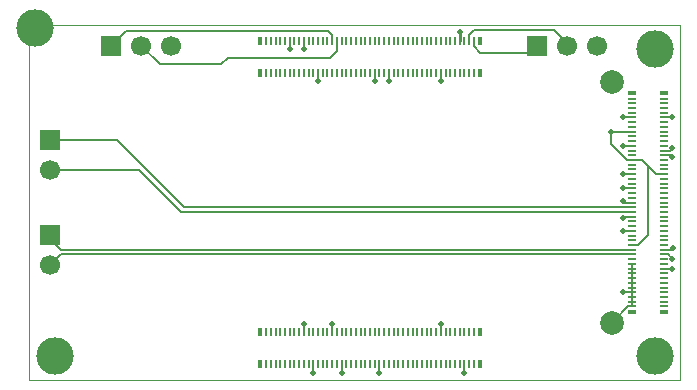
<source format=gbr>
%TF.GenerationSoftware,KiCad,Pcbnew,9.0.7*%
%TF.CreationDate,2026-02-18T13:17:12-07:00*%
%TF.ProjectId,AS_1471_Dash,41535f31-3437-4315-9f44-6173682e6b69,rev?*%
%TF.SameCoordinates,Original*%
%TF.FileFunction,Copper,L2,Bot*%
%TF.FilePolarity,Positive*%
%FSLAX46Y46*%
G04 Gerber Fmt 4.6, Leading zero omitted, Abs format (unit mm)*
G04 Created by KiCad (PCBNEW 9.0.7) date 2026-02-18 13:17:12*
%MOMM*%
%LPD*%
G01*
G04 APERTURE LIST*
%TA.AperFunction,ComponentPad*%
%ADD10R,1.700000X1.700000*%
%TD*%
%TA.AperFunction,ComponentPad*%
%ADD11C,1.700000*%
%TD*%
%TA.AperFunction,ComponentPad*%
%ADD12C,2.000000*%
%TD*%
%TA.AperFunction,SMDPad,CuDef*%
%ADD13R,0.230000X0.660000*%
%TD*%
%TA.AperFunction,SMDPad,CuDef*%
%ADD14R,0.660000X0.230000*%
%TD*%
%TA.AperFunction,SMDPad,CuDef*%
%ADD15R,0.660000X0.350000*%
%TD*%
%TA.AperFunction,SMDPad,CuDef*%
%ADD16R,0.350000X0.660000*%
%TD*%
%TA.AperFunction,ComponentPad*%
%ADD17C,3.175000*%
%TD*%
%TA.AperFunction,ViaPad*%
%ADD18C,0.508000*%
%TD*%
%TA.AperFunction,Conductor*%
%ADD19C,0.200000*%
%TD*%
%TA.AperFunction,Conductor*%
%ADD20C,0.254000*%
%TD*%
%TA.AperFunction,Profile*%
%ADD21C,0.050000*%
%TD*%
G04 APERTURE END LIST*
D10*
%TO.P,J6,1,Pin_1*%
%TO.N,/USB2_DP*%
X121800000Y-86010000D03*
D11*
%TO.P,J6,2,Pin_2*%
%TO.N,/USB2_DN*%
X121800000Y-88550000D03*
%TD*%
D12*
%TO.P,TP1,1,1*%
%TO.N,VBAT*%
X169357220Y-101526800D03*
%TD*%
D10*
%TO.P,J4,1,Pin_1*%
%TO.N,/UART1_TX*%
X163075000Y-78050000D03*
D11*
%TO.P,J4,2,Pin_2*%
%TO.N,/UART1_RX*%
X165615000Y-78050000D03*
%TO.P,J4,3,Pin_3*%
%TO.N,GND*%
X168155000Y-78050000D03*
%TD*%
D10*
%TO.P,J7,1,Pin_1*%
%TO.N,/USB1_DP*%
X121800000Y-94100000D03*
D11*
%TO.P,J7,2,Pin_2*%
%TO.N,/USB1_DN*%
X121800000Y-96640000D03*
%TD*%
D10*
%TO.P,J5,1,Pin_1*%
%TO.N,/I2C1_SDA*%
X127000000Y-78050000D03*
D11*
%TO.P,J5,2,Pin_2*%
%TO.N,/I2C1_SCL*%
X129540000Y-78050000D03*
%TO.P,J5,3,Pin_3*%
%TO.N,GND*%
X132080000Y-78050000D03*
%TD*%
D12*
%TO.P,TP2,1,1*%
%TO.N,GND*%
X169375000Y-81152540D03*
%TD*%
D13*
%TO.P,J1,1.1,1*%
%TO.N,unconnected-(J1A-1-Pad1.1)*%
X140096400Y-105027200D03*
%TO.P,J1,1.2,2*%
%TO.N,unconnected-(J1B-2-Pad1.2)*%
X140096400Y-102317200D03*
%TO.P,J1,1.3,3*%
%TO.N,unconnected-(J1A-3-Pad1.3)*%
X140496400Y-105027200D03*
%TO.P,J1,1.4,4*%
%TO.N,unconnected-(J1B-4-Pad1.4)*%
X140496400Y-102317200D03*
%TO.P,J1,1.5,5*%
%TO.N,unconnected-(J1A-5-Pad1.5)*%
X140896400Y-105027200D03*
%TO.P,J1,1.6,6*%
%TO.N,unconnected-(J1B-6-Pad1.6)*%
X140896400Y-102317200D03*
%TO.P,J1,1.7,7*%
%TO.N,unconnected-(J1A-7-Pad1.7)*%
X141296400Y-105027200D03*
%TO.P,J1,1.8,8*%
%TO.N,unconnected-(J1B-8-Pad1.8)*%
X141296400Y-102317200D03*
%TO.P,J1,1.9,9*%
%TO.N,unconnected-(J1A-9-Pad1.9)*%
X141696400Y-105027200D03*
%TO.P,J1,1.10,10*%
%TO.N,unconnected-(J1B-10-Pad1.10)*%
X141696400Y-102317200D03*
%TO.P,J1,1.11,11*%
%TO.N,unconnected-(J1A-11-Pad1.11)*%
X142096400Y-105027200D03*
%TO.P,J1,1.12,12*%
%TO.N,unconnected-(J1B-12-Pad1.12)*%
X142096400Y-102317200D03*
%TO.P,J1,1.13,13*%
%TO.N,unconnected-(J1A-13-Pad1.13)*%
X142496400Y-105027200D03*
%TO.P,J1,1.14,14*%
%TO.N,unconnected-(J1B-14-Pad1.14)*%
X142496400Y-102317200D03*
%TO.P,J1,1.15,15*%
%TO.N,unconnected-(J1A-15-Pad1.15)*%
X142896400Y-105027200D03*
%TO.P,J1,1.16,16*%
%TO.N,unconnected-(J1B-16-Pad1.16)*%
X142896400Y-102317200D03*
%TO.P,J1,1.17,17*%
%TO.N,unconnected-(J1A-17-Pad1.17)*%
X143296400Y-105027200D03*
%TO.P,J1,1.18,18*%
%TO.N,GND*%
X143296400Y-102317200D03*
%TO.P,J1,1.19,19*%
%TO.N,unconnected-(J1A-19-Pad1.19)*%
X143696400Y-105027200D03*
%TO.P,J1,1.20,20*%
%TO.N,unconnected-(J1B-20-Pad1.20)*%
X143696400Y-102317200D03*
%TO.P,J1,1.21,21*%
%TO.N,GND*%
X144096400Y-105027200D03*
%TO.P,J1,1.22,22*%
%TO.N,unconnected-(J1B-22-Pad1.22)*%
X144096400Y-102317200D03*
%TO.P,J1,1.23,23*%
%TO.N,unconnected-(J1A-23-Pad1.23)*%
X144496400Y-105027200D03*
%TO.P,J1,1.24,24*%
%TO.N,unconnected-(J1B-24-Pad1.24)*%
X144496400Y-102317200D03*
%TO.P,J1,1.25,25*%
%TO.N,unconnected-(J1A-25-Pad1.25)*%
X144896400Y-105027200D03*
%TO.P,J1,1.26,26*%
%TO.N,unconnected-(J1B-26-Pad1.26)*%
X144896400Y-102317200D03*
%TO.P,J1,1.27,27*%
%TO.N,unconnected-(J1A-27-Pad1.27)*%
X145296400Y-105027200D03*
%TO.P,J1,1.28,28*%
%TO.N,unconnected-(J1B-28-Pad1.28)*%
X145296400Y-102317200D03*
%TO.P,J1,1.29,29*%
%TO.N,unconnected-(J1A-29-Pad1.29)*%
X145696400Y-105027200D03*
%TO.P,J1,1.30,30*%
%TO.N,GND*%
X145696400Y-102317200D03*
%TO.P,J1,1.31,31*%
%TO.N,unconnected-(J1A-31-Pad1.31)*%
X146096400Y-105027200D03*
%TO.P,J1,1.32,32*%
%TO.N,unconnected-(J1B-32-Pad1.32)*%
X146096400Y-102317200D03*
%TO.P,J1,1.33,33*%
%TO.N,GND*%
X146496400Y-105027200D03*
%TO.P,J1,1.34,34*%
%TO.N,unconnected-(J1B-34-Pad1.34)*%
X146496400Y-102317200D03*
%TO.P,J1,1.35,35*%
%TO.N,unconnected-(J1A-35-Pad1.35)*%
X146896400Y-105027200D03*
%TO.P,J1,1.36,36*%
%TO.N,unconnected-(J1B-36-Pad1.36)*%
X146896400Y-102317200D03*
%TO.P,J1,1.37,37*%
%TO.N,unconnected-(J1A-37-Pad1.37)*%
X147296400Y-105027200D03*
%TO.P,J1,1.38,38*%
%TO.N,unconnected-(J1B-38-Pad1.38)*%
X147296400Y-102317200D03*
%TO.P,J1,1.39,39*%
%TO.N,unconnected-(J1A-39-Pad1.39)*%
X147696400Y-105027200D03*
%TO.P,J1,1.40,40*%
%TO.N,unconnected-(J1B-40-Pad1.40)*%
X147696400Y-102317200D03*
%TO.P,J1,1.41,41*%
%TO.N,unconnected-(J1A-41-Pad1.41)*%
X148096400Y-105027200D03*
%TO.P,J1,1.42,42*%
%TO.N,unconnected-(J1B-42-Pad1.42)*%
X148096400Y-102317200D03*
%TO.P,J1,1.43,43*%
%TO.N,unconnected-(J1A-43-Pad1.43)*%
X148496400Y-105027200D03*
%TO.P,J1,1.44,44*%
%TO.N,unconnected-(J1B-44-Pad1.44)*%
X148496400Y-102317200D03*
%TO.P,J1,1.45,45*%
%TO.N,unconnected-(J1A-45-Pad1.45)*%
X148896400Y-105027200D03*
%TO.P,J1,1.46,46*%
%TO.N,unconnected-(J1B-46-Pad1.46)*%
X148896400Y-102317200D03*
%TO.P,J1,1.47,47*%
%TO.N,unconnected-(J1A-47-Pad1.47)*%
X149296400Y-105027200D03*
%TO.P,J1,1.48,48*%
%TO.N,unconnected-(J1B-48-Pad1.48)*%
X149296400Y-102317200D03*
%TO.P,J1,1.49,49*%
%TO.N,GND*%
X149696400Y-105027200D03*
%TO.P,J1,1.50,50*%
%TO.N,unconnected-(J1B-50-Pad1.50)*%
X149696400Y-102317200D03*
%TO.P,J1,1.51,51*%
%TO.N,unconnected-(J1A-51-Pad1.51)*%
X150096400Y-105027200D03*
%TO.P,J1,1.52,52*%
%TO.N,unconnected-(J1B-52-Pad1.52)*%
X150096400Y-102317200D03*
%TO.P,J1,1.53,53*%
%TO.N,unconnected-(J1A-53-Pad1.53)*%
X150496400Y-105027200D03*
%TO.P,J1,1.54,54*%
%TO.N,unconnected-(J1B-54-Pad1.54)*%
X150496400Y-102317200D03*
%TO.P,J1,1.55,55*%
%TO.N,unconnected-(J1A-55-Pad1.55)*%
X150896400Y-105027200D03*
%TO.P,J1,1.56,56*%
%TO.N,unconnected-(J1B-56-Pad1.56)*%
X150896400Y-102317200D03*
%TO.P,J1,1.57,57*%
%TO.N,unconnected-(J1A-57-Pad1.57)*%
X151296400Y-105027200D03*
%TO.P,J1,1.58,58*%
%TO.N,unconnected-(J1B-58-Pad1.58)*%
X151296400Y-102317200D03*
%TO.P,J1,1.59,59*%
%TO.N,unconnected-(J1A-59-Pad1.59)*%
X151696400Y-105027200D03*
%TO.P,J1,1.60,60*%
%TO.N,unconnected-(J1B-60-Pad1.60)*%
X151696400Y-102317200D03*
%TO.P,J1,1.61,61*%
%TO.N,unconnected-(J1A-61-Pad1.61)*%
X152096400Y-105027200D03*
%TO.P,J1,1.62,62*%
%TO.N,unconnected-(J1B-62-Pad1.62)*%
X152096400Y-102317200D03*
%TO.P,J1,1.63,63*%
%TO.N,unconnected-(J1A-63-Pad1.63)*%
X152496400Y-105027200D03*
%TO.P,J1,1.64,64*%
%TO.N,unconnected-(J1B-64-Pad1.64)*%
X152496400Y-102317200D03*
%TO.P,J1,1.65,65*%
%TO.N,unconnected-(J1A-65-Pad1.65)*%
X152896400Y-105027200D03*
%TO.P,J1,1.66,66*%
%TO.N,unconnected-(J1B-66-Pad1.66)*%
X152896400Y-102317200D03*
%TO.P,J1,1.67,67*%
%TO.N,unconnected-(J1A-67-Pad1.67)*%
X153296400Y-105027200D03*
%TO.P,J1,1.68,68*%
%TO.N,unconnected-(J1B-68-Pad1.68)*%
X153296400Y-102317200D03*
%TO.P,J1,1.69,69*%
%TO.N,unconnected-(J1A-69-Pad1.69)*%
X153696400Y-105027200D03*
%TO.P,J1,1.70,70*%
%TO.N,unconnected-(J1B-70-Pad1.70)*%
X153696400Y-102317200D03*
%TO.P,J1,1.71,71*%
%TO.N,unconnected-(J1A-71-Pad1.71)*%
X154096400Y-105027200D03*
%TO.P,J1,1.72,72*%
%TO.N,unconnected-(J1B-72-Pad1.72)*%
X154096400Y-102317200D03*
%TO.P,J1,1.73,73*%
%TO.N,unconnected-(J1A-73-Pad1.73)*%
X154496400Y-105027200D03*
%TO.P,J1,1.74,74*%
%TO.N,unconnected-(J1B-74-Pad1.74)*%
X154496400Y-102317200D03*
%TO.P,J1,1.75,75*%
%TO.N,unconnected-(J1A-75-Pad1.75)*%
X154896400Y-105027200D03*
%TO.P,J1,1.76,76*%
%TO.N,GND*%
X154896400Y-102317200D03*
%TO.P,J1,1.77,77*%
%TO.N,unconnected-(J1A-77-Pad1.77)*%
X155296400Y-105027200D03*
%TO.P,J1,1.78,78*%
%TO.N,unconnected-(J1B-78-Pad1.78)*%
X155296400Y-102317200D03*
%TO.P,J1,1.79,79*%
%TO.N,unconnected-(J1A-79-Pad1.79)*%
X155696400Y-105027200D03*
%TO.P,J1,1.80,80*%
%TO.N,unconnected-(J1B-80-Pad1.80)*%
X155696400Y-102317200D03*
%TO.P,J1,1.81,81*%
%TO.N,unconnected-(J1A-81-Pad1.81)*%
X156096400Y-105027200D03*
%TO.P,J1,1.82,82*%
%TO.N,unconnected-(J1B-82-Pad1.82)*%
X156096400Y-102317200D03*
%TO.P,J1,1.83,83*%
%TO.N,unconnected-(J1A-83-Pad1.83)*%
X156496400Y-105027200D03*
%TO.P,J1,1.84,84*%
%TO.N,unconnected-(J1B-84-Pad1.84)*%
X156496400Y-102317200D03*
%TO.P,J1,1.85,85*%
%TO.N,GND*%
X156896400Y-105027200D03*
%TO.P,J1,1.86,86*%
%TO.N,unconnected-(J1B-86-Pad1.86)*%
X156896400Y-102317200D03*
%TO.P,J1,1.87,87*%
%TO.N,unconnected-(J1A-87-Pad1.87)*%
X157296400Y-105027200D03*
%TO.P,J1,1.88,88*%
%TO.N,unconnected-(J1B-88-Pad1.88)*%
X157296400Y-102317200D03*
%TO.P,J1,1.89,89*%
%TO.N,unconnected-(J1A-89-Pad1.89)*%
X157696400Y-105027200D03*
%TO.P,J1,1.90,90*%
%TO.N,unconnected-(J1B-90-Pad1.90)*%
X157696400Y-102317200D03*
%TO.P,J1,2.1,1*%
%TO.N,unconnected-(J1C-1-Pad2.1)*%
X140096400Y-80327200D03*
%TO.P,J1,2.2,2*%
%TO.N,unconnected-(J1D-2-Pad2.2)*%
X140096400Y-77617200D03*
%TO.P,J1,2.3,3*%
%TO.N,unconnected-(J1C-3-Pad2.3)*%
X140496400Y-80327200D03*
%TO.P,J1,2.4,4*%
%TO.N,unconnected-(J1D-4-Pad2.4)*%
X140496400Y-77617200D03*
%TO.P,J1,2.5,5*%
%TO.N,unconnected-(J1C-5-Pad2.5)*%
X140896400Y-80327200D03*
%TO.P,J1,2.6,6*%
%TO.N,unconnected-(J1D-6-Pad2.6)*%
X140896400Y-77617200D03*
%TO.P,J1,2.7,7*%
%TO.N,unconnected-(J1C-7-Pad2.7)*%
X141296400Y-80327200D03*
%TO.P,J1,2.8,8*%
%TO.N,unconnected-(J1D-8-Pad2.8)*%
X141296400Y-77617200D03*
%TO.P,J1,2.9,9*%
%TO.N,unconnected-(J1C-9-Pad2.9)*%
X141696400Y-80327200D03*
%TO.P,J1,2.10,10*%
%TO.N,unconnected-(J1D-10-Pad2.10)*%
X141696400Y-77617200D03*
%TO.P,J1,2.11,11*%
%TO.N,unconnected-(J1C-11-Pad2.11)*%
X142096400Y-80327200D03*
%TO.P,J1,2.12,12*%
%TO.N,GND*%
X142096400Y-77617200D03*
%TO.P,J1,2.13,13*%
%TO.N,unconnected-(J1C-13-Pad2.13)*%
X142496400Y-80327200D03*
%TO.P,J1,2.14,14*%
%TO.N,unconnected-(J1D-14-Pad2.14)*%
X142496400Y-77617200D03*
%TO.P,J1,2.15,15*%
%TO.N,unconnected-(J1C-15-Pad2.15)*%
X142896400Y-80327200D03*
%TO.P,J1,2.16,16*%
%TO.N,unconnected-(J1D-16-Pad2.16)*%
X142896400Y-77617200D03*
%TO.P,J1,2.17,17*%
%TO.N,unconnected-(J1C-17-Pad2.17)*%
X143296400Y-80327200D03*
%TO.P,J1,2.18,18*%
%TO.N,GND*%
X143296400Y-77617200D03*
%TO.P,J1,2.19,19*%
%TO.N,unconnected-(J1C-19-Pad2.19)*%
X143696400Y-80327200D03*
%TO.P,J1,2.20,20*%
%TO.N,unconnected-(J1D-20-Pad2.20)*%
X143696400Y-77617200D03*
%TO.P,J1,2.21,21*%
%TO.N,unconnected-(J1C-21-Pad2.21)*%
X144096400Y-80327200D03*
%TO.P,J1,2.22,22*%
%TO.N,unconnected-(J1D-22-Pad2.22)*%
X144096400Y-77617200D03*
%TO.P,J1,2.23,23*%
%TO.N,GND*%
X144496400Y-80327200D03*
%TO.P,J1,2.24,24*%
%TO.N,unconnected-(J1D-24-Pad2.24)*%
X144496400Y-77617200D03*
%TO.P,J1,2.25,25*%
%TO.N,unconnected-(J1C-25-Pad2.25)*%
X144896400Y-80327200D03*
%TO.P,J1,2.26,26*%
%TO.N,unconnected-(J1D-26-Pad2.26)*%
X144896400Y-77617200D03*
%TO.P,J1,2.27,27*%
%TO.N,unconnected-(J1C-27-Pad2.27)*%
X145296400Y-80327200D03*
%TO.P,J1,2.28,28*%
%TO.N,unconnected-(J1D-28-Pad2.28)*%
X145296400Y-77617200D03*
%TO.P,J1,2.29,29*%
%TO.N,unconnected-(J1C-29-Pad2.29)*%
X145696400Y-80327200D03*
%TO.P,J1,2.30,30*%
%TO.N,/I2C1_SDA*%
X145696400Y-77617200D03*
%TO.P,J1,2.31,31*%
%TO.N,unconnected-(J1C-31-Pad2.31)*%
X146096400Y-80327200D03*
%TO.P,J1,2.32,32*%
%TO.N,/I2C1_SCL*%
X146096400Y-77617200D03*
%TO.P,J1,2.33,33*%
%TO.N,unconnected-(J1C-33-Pad2.33)*%
X146496400Y-80327200D03*
%TO.P,J1,2.34,34*%
%TO.N,unconnected-(J1D-34-Pad2.34)*%
X146496400Y-77617200D03*
%TO.P,J1,2.35,35*%
%TO.N,unconnected-(J1C-35-Pad2.35)*%
X146896400Y-80327200D03*
%TO.P,J1,2.36,36*%
%TO.N,unconnected-(J1D-36-Pad2.36)*%
X146896400Y-77617200D03*
%TO.P,J1,2.37,37*%
%TO.N,unconnected-(J1C-37-Pad2.37)*%
X147296400Y-80327200D03*
%TO.P,J1,2.38,38*%
%TO.N,unconnected-(J1D-38-Pad2.38)*%
X147296400Y-77617200D03*
%TO.P,J1,2.39,39*%
%TO.N,unconnected-(J1C-39-Pad2.39)*%
X147696400Y-80327200D03*
%TO.P,J1,2.40,40*%
%TO.N,unconnected-(J1D-40-Pad2.40)*%
X147696400Y-77617200D03*
%TO.P,J1,2.41,41*%
%TO.N,unconnected-(J1C-41-Pad2.41)*%
X148096400Y-80327200D03*
%TO.P,J1,2.42,42*%
%TO.N,unconnected-(J1D-42-Pad2.42)*%
X148096400Y-77617200D03*
%TO.P,J1,2.43,43*%
%TO.N,unconnected-(J1C-43-Pad2.43)*%
X148496400Y-80327200D03*
%TO.P,J1,2.44,44*%
%TO.N,unconnected-(J1D-44-Pad2.44)*%
X148496400Y-77617200D03*
%TO.P,J1,2.45,45*%
%TO.N,unconnected-(J1C-45-Pad2.45)*%
X148896400Y-80327200D03*
%TO.P,J1,2.46,46*%
%TO.N,unconnected-(J1D-46-Pad2.46)*%
X148896400Y-77617200D03*
%TO.P,J1,2.47,47*%
%TO.N,GND*%
X149296400Y-80327200D03*
%TO.P,J1,2.48,48*%
%TO.N,unconnected-(J1D-48-Pad2.48)*%
X149296400Y-77617200D03*
%TO.P,J1,2.49,49*%
%TO.N,unconnected-(J1C-49-Pad2.49)*%
X149696400Y-80327200D03*
%TO.P,J1,2.50,50*%
%TO.N,unconnected-(J1D-50-Pad2.50)*%
X149696400Y-77617200D03*
%TO.P,J1,2.51,51*%
%TO.N,unconnected-(J1C-51-Pad2.51)*%
X150096400Y-80327200D03*
%TO.P,J1,2.52,52*%
%TO.N,unconnected-(J1D-52-Pad2.52)*%
X150096400Y-77617200D03*
%TO.P,J1,2.53,53*%
%TO.N,GND*%
X150496400Y-80327200D03*
%TO.P,J1,2.54,54*%
%TO.N,unconnected-(J1D-54-Pad2.54)*%
X150496400Y-77617200D03*
%TO.P,J1,2.55,55*%
%TO.N,unconnected-(J1C-55-Pad2.55)*%
X150896400Y-80327200D03*
%TO.P,J1,2.56,56*%
%TO.N,unconnected-(J1D-56-Pad2.56)*%
X150896400Y-77617200D03*
%TO.P,J1,2.57,57*%
%TO.N,unconnected-(J1C-57-Pad2.57)*%
X151296400Y-80327200D03*
%TO.P,J1,2.58,58*%
%TO.N,unconnected-(J1D-58-Pad2.58)*%
X151296400Y-77617200D03*
%TO.P,J1,2.59,59*%
%TO.N,unconnected-(J1C-59-Pad2.59)*%
X151696400Y-80327200D03*
%TO.P,J1,2.60,60*%
%TO.N,unconnected-(J1D-60-Pad2.60)*%
X151696400Y-77617200D03*
%TO.P,J1,2.61,61*%
%TO.N,unconnected-(J1C-61-Pad2.61)*%
X152096400Y-80327200D03*
%TO.P,J1,2.62,62*%
%TO.N,unconnected-(J1D-62-Pad2.62)*%
X152096400Y-77617200D03*
%TO.P,J1,2.63,63*%
%TO.N,unconnected-(J1C-63-Pad2.63)*%
X152496400Y-80327200D03*
%TO.P,J1,2.64,64*%
%TO.N,unconnected-(J1D-64-Pad2.64)*%
X152496400Y-77617200D03*
%TO.P,J1,2.65,65*%
%TO.N,unconnected-(J1C-65-Pad2.65)*%
X152896400Y-80327200D03*
%TO.P,J1,2.66,66*%
%TO.N,unconnected-(J1D-66-Pad2.66)*%
X152896400Y-77617200D03*
%TO.P,J1,2.67,67*%
%TO.N,unconnected-(J1C-67-Pad2.67)*%
X153296400Y-80327200D03*
%TO.P,J1,2.68,68*%
%TO.N,unconnected-(J1D-68-Pad2.68)*%
X153296400Y-77617200D03*
%TO.P,J1,2.69,69*%
%TO.N,unconnected-(J1C-69-Pad2.69)*%
X153696400Y-80327200D03*
%TO.P,J1,2.70,70*%
%TO.N,unconnected-(J1D-70-Pad2.70)*%
X153696400Y-77617200D03*
%TO.P,J1,2.71,71*%
%TO.N,unconnected-(J1C-71-Pad2.71)*%
X154096400Y-80327200D03*
%TO.P,J1,2.72,72*%
%TO.N,unconnected-(J1D-72-Pad2.72)*%
X154096400Y-77617200D03*
%TO.P,J1,2.73,73*%
%TO.N,unconnected-(J1C-73-Pad2.73)*%
X154496400Y-80327200D03*
%TO.P,J1,2.74,74*%
%TO.N,unconnected-(J1D-74-Pad2.74)*%
X154496400Y-77617200D03*
%TO.P,J1,2.75,75*%
%TO.N,GND*%
X154896400Y-80327200D03*
%TO.P,J1,2.76,76*%
%TO.N,unconnected-(J1D-76-Pad2.76)*%
X154896400Y-77617200D03*
%TO.P,J1,2.77,77*%
%TO.N,unconnected-(J1C-77-Pad2.77)*%
X155296400Y-80327200D03*
%TO.P,J1,2.78,78*%
%TO.N,unconnected-(J1D-78-Pad2.78)*%
X155296400Y-77617200D03*
%TO.P,J1,2.79,79*%
%TO.N,unconnected-(J1C-79-Pad2.79)*%
X155696400Y-80327200D03*
%TO.P,J1,2.80,80*%
%TO.N,unconnected-(J1D-80-Pad2.80)*%
X155696400Y-77617200D03*
%TO.P,J1,2.81,81*%
%TO.N,unconnected-(J1C-81-Pad2.81)*%
X156096400Y-80327200D03*
%TO.P,J1,2.82,82*%
%TO.N,unconnected-(J1D-82-Pad2.82)*%
X156096400Y-77617200D03*
%TO.P,J1,2.83,83*%
%TO.N,unconnected-(J1C-83-Pad2.83)*%
X156496400Y-80327200D03*
%TO.P,J1,2.84,84*%
%TO.N,GND*%
X156496400Y-77617200D03*
%TO.P,J1,2.85,85*%
%TO.N,unconnected-(J1C-85-Pad2.85)*%
X156896400Y-80327200D03*
%TO.P,J1,2.86,86*%
%TO.N,unconnected-(J1D-86-Pad2.86)*%
X156896400Y-77617200D03*
%TO.P,J1,2.87,87*%
%TO.N,unconnected-(J1C-87-Pad2.87)*%
X157296400Y-80327200D03*
%TO.P,J1,2.88,88*%
%TO.N,/UART1_RX*%
X157296400Y-77617200D03*
%TO.P,J1,2.89,89*%
%TO.N,unconnected-(J1C-89-Pad2.89)*%
X157696400Y-80327200D03*
%TO.P,J1,2.90,90*%
%TO.N,/UART1_TX*%
X157696400Y-77617200D03*
D14*
%TO.P,J1,3.1,1*%
%TO.N,unconnected-(J1E-1-Pad3.1)*%
X171066400Y-82522200D03*
%TO.P,J1,3.2,2*%
%TO.N,unconnected-(J1F-2-Pad3.2)*%
X173776400Y-82522200D03*
%TO.P,J1,3.3,3*%
%TO.N,unconnected-(J1E-3-Pad3.3)*%
X171066400Y-82922200D03*
%TO.P,J1,3.4,4*%
%TO.N,unconnected-(J1F-4-Pad3.4)*%
X173781400Y-82928220D03*
%TO.P,J1,3.5,5*%
%TO.N,unconnected-(J1E-5-Pad3.5)*%
X171066400Y-83322200D03*
%TO.P,J1,3.6,6*%
%TO.N,unconnected-(J1F-6-Pad3.6)*%
X173776400Y-83322200D03*
%TO.P,J1,3.7,7*%
%TO.N,unconnected-(J1E-7-Pad3.7)*%
X171066400Y-83722200D03*
%TO.P,J1,3.8,8*%
%TO.N,unconnected-(J1F-8-Pad3.8)*%
X173776400Y-83722200D03*
%TO.P,J1,3.9,9*%
%TO.N,GND*%
X171066400Y-84122200D03*
%TO.P,J1,3.10,10*%
X173776400Y-84122200D03*
%TO.P,J1,3.11,11*%
%TO.N,unconnected-(J1E-11-Pad3.11)*%
X171066400Y-84522200D03*
%TO.P,J1,3.12,12*%
%TO.N,unconnected-(J1F-12-Pad3.12)*%
X173776400Y-84522200D03*
%TO.P,J1,3.13,13*%
%TO.N,unconnected-(J1E-13-Pad3.13)*%
X171066400Y-84922200D03*
%TO.P,J1,3.14,14*%
%TO.N,unconnected-(J1F-14-Pad3.14)*%
X173776400Y-84922200D03*
%TO.P,J1,3.15,15*%
%TO.N,/MX95_VBAT*%
X171066400Y-85322200D03*
%TO.P,J1,3.16,16*%
%TO.N,unconnected-(J1F-16-Pad3.16)*%
X173776400Y-85322200D03*
%TO.P,J1,3.17,17*%
%TO.N,unconnected-(J1E-17-Pad3.17)*%
X171066400Y-85722200D03*
%TO.P,J1,3.18,18*%
%TO.N,unconnected-(J1F-18-Pad3.18)*%
X173776400Y-85722200D03*
%TO.P,J1,3.19,19*%
%TO.N,unconnected-(J1E-19-Pad3.19)*%
X171066400Y-86122200D03*
%TO.P,J1,3.20,20*%
%TO.N,unconnected-(J1F-20-Pad3.20)*%
X173776400Y-86122200D03*
%TO.P,J1,3.21,21*%
%TO.N,GND*%
X171066400Y-86522200D03*
%TO.P,J1,3.22,22*%
%TO.N,unconnected-(J1F-22-Pad3.22)*%
X173776400Y-86522200D03*
%TO.P,J1,3.23,23*%
%TO.N,unconnected-(J1E-23-Pad3.23)*%
X171066400Y-86922200D03*
%TO.P,J1,3.24,24*%
%TO.N,GND*%
X173776400Y-86922200D03*
%TO.P,J1,3.25,25*%
%TO.N,unconnected-(J1E-25-Pad3.25)*%
X171066400Y-87322200D03*
%TO.P,J1,3.26,26*%
%TO.N,/USB2_VBUS*%
X173776400Y-87322200D03*
%TO.P,J1,3.27,27*%
%TO.N,/MX95_VBAT*%
X171066400Y-87722200D03*
%TO.P,J1,3.28,28*%
%TO.N,unconnected-(J1F-28-Pad3.28)*%
X173776400Y-87722200D03*
%TO.P,J1,3.29,29*%
%TO.N,unconnected-(J1E-29-Pad3.29)*%
X171066400Y-88122200D03*
%TO.P,J1,3.30,30*%
%TO.N,unconnected-(J1F-30-Pad3.30)*%
X173776400Y-88122200D03*
%TO.P,J1,3.31,31*%
%TO.N,unconnected-(J1E-31-Pad3.31)*%
X171066400Y-88522200D03*
%TO.P,J1,3.32,32*%
%TO.N,unconnected-(J1F-32-Pad3.32)*%
X173776400Y-88522200D03*
%TO.P,J1,3.33,33*%
%TO.N,GND*%
X171066400Y-88922200D03*
%TO.P,J1,3.34,34*%
%TO.N,/MX95_VBAT*%
X173776400Y-88922200D03*
%TO.P,J1,3.35,35*%
%TO.N,unconnected-(J1E-35-Pad3.35)*%
X171066400Y-89322200D03*
%TO.P,J1,3.36,36*%
%TO.N,unconnected-(J1F-36-Pad3.36)*%
X173776400Y-89322200D03*
%TO.P,J1,3.37,37*%
%TO.N,unconnected-(J1E-37-Pad3.37)*%
X171066400Y-89722200D03*
%TO.P,J1,3.38,38*%
%TO.N,unconnected-(J1F-38-Pad3.38)*%
X173776400Y-89722200D03*
%TO.P,J1,3.39,39*%
%TO.N,GND*%
X171066400Y-90122200D03*
%TO.P,J1,3.40,40*%
%TO.N,unconnected-(J1F-40-Pad3.40)*%
X173776400Y-90122200D03*
%TO.P,J1,3.41,41*%
%TO.N,unconnected-(J1E-41-Pad3.41)*%
X171066400Y-90522200D03*
%TO.P,J1,3.42,42*%
%TO.N,unconnected-(J1F-42-Pad3.42)*%
X173776400Y-90522200D03*
%TO.P,J1,3.43,43*%
%TO.N,unconnected-(J1E-43-Pad3.43)*%
X171066400Y-90922200D03*
%TO.P,J1,3.44,44*%
%TO.N,unconnected-(J1F-44-Pad3.44)*%
X173776400Y-90922200D03*
%TO.P,J1,3.45,45*%
%TO.N,GND*%
X171066400Y-91322200D03*
%TO.P,J1,3.46,46*%
%TO.N,unconnected-(J1F-46-Pad3.46)*%
X173776400Y-91322200D03*
%TO.P,J1,3.47,47*%
%TO.N,/USB2_DP*%
X171066400Y-91722200D03*
%TO.P,J1,3.48,48*%
%TO.N,unconnected-(J1F-48-Pad3.48)*%
X173776400Y-91722200D03*
%TO.P,J1,3.49,49*%
%TO.N,/USB2_DN*%
X171066400Y-92122200D03*
%TO.P,J1,3.50,50*%
%TO.N,unconnected-(J1F-50-Pad3.50)*%
X173776400Y-92122200D03*
%TO.P,J1,3.51,51*%
%TO.N,GND*%
X171066400Y-92522200D03*
%TO.P,J1,3.52,52*%
%TO.N,unconnected-(J1F-52-Pad3.52)*%
X173776400Y-92522200D03*
%TO.P,J1,3.53,53*%
%TO.N,unconnected-(J1E-53-Pad3.53)*%
X171066400Y-92922200D03*
%TO.P,J1,3.54,54*%
%TO.N,unconnected-(J1F-54-Pad3.54)*%
X173776400Y-92922200D03*
%TO.P,J1,3.55,55*%
%TO.N,unconnected-(J1E-55-Pad3.55)*%
X171066400Y-93322200D03*
%TO.P,J1,3.56,56*%
%TO.N,unconnected-(J1F-56-Pad3.56)*%
X173776400Y-93322200D03*
%TO.P,J1,3.57,57*%
%TO.N,GND*%
X171066400Y-93722200D03*
%TO.P,J1,3.58,58*%
%TO.N,unconnected-(J1F-58-Pad3.58)*%
X173776400Y-93722200D03*
%TO.P,J1,3.59,59*%
%TO.N,unconnected-(J1E-59-Pad3.59)*%
X171066400Y-94122200D03*
%TO.P,J1,3.60,60*%
%TO.N,unconnected-(J1F-60-Pad3.60)*%
X173776400Y-94122200D03*
%TO.P,J1,3.61,61*%
%TO.N,unconnected-(J1E-61-Pad3.61)*%
X171066400Y-94522200D03*
%TO.P,J1,3.62,62*%
%TO.N,unconnected-(J1F-62-Pad3.62)*%
X173776400Y-94522200D03*
%TO.P,J1,3.63,63*%
%TO.N,/MX95_VBAT*%
X171066400Y-94922200D03*
%TO.P,J1,3.64,64*%
%TO.N,unconnected-(J1F-64-Pad3.64)*%
X173776400Y-94922200D03*
%TO.P,J1,3.65,65*%
%TO.N,/USB1_DP*%
X171066400Y-95322200D03*
%TO.P,J1,3.66,66*%
%TO.N,/USB1_VBUS*%
X173776400Y-95322200D03*
%TO.P,J1,3.67,67*%
%TO.N,/USB1_DN*%
X171066400Y-95722200D03*
%TO.P,J1,3.68,68*%
%TO.N,GND*%
X173776400Y-95722200D03*
%TO.P,J1,3.69,69*%
%TO.N,unconnected-(J1E-69-Pad3.69)*%
X171066400Y-96122200D03*
%TO.P,J1,3.70,70*%
%TO.N,unconnected-(J1F-70-Pad3.70)*%
X173776400Y-96122200D03*
%TO.P,J1,3.71,71*%
%TO.N,VBAT*%
X171066400Y-96522200D03*
%TO.P,J1,3.72,72*%
%TO.N,unconnected-(J1F-72-Pad3.72)*%
X173776400Y-96522200D03*
%TO.P,J1,3.73,73*%
%TO.N,VBAT*%
X171066400Y-96922200D03*
%TO.P,J1,3.74,74*%
%TO.N,GND*%
X173776400Y-96922200D03*
%TO.P,J1,3.75,75*%
%TO.N,VBAT*%
X171066400Y-97322200D03*
%TO.P,J1,3.76,76*%
%TO.N,unconnected-(J1F-76-Pad3.76)*%
X173776400Y-97322200D03*
%TO.P,J1,3.77,77*%
%TO.N,VBAT*%
X171066400Y-97722200D03*
%TO.P,J1,3.78,78*%
%TO.N,unconnected-(J1F-78-Pad3.78)*%
X173776400Y-97722200D03*
%TO.P,J1,3.79,79*%
%TO.N,VBAT*%
X171066400Y-98122200D03*
%TO.P,J1,3.80,80*%
%TO.N,unconnected-(J1F-80-Pad3.80)*%
X173776400Y-98122200D03*
%TO.P,J1,3.81,81*%
%TO.N,VBAT*%
X171066400Y-98522200D03*
%TO.P,J1,3.82,82*%
%TO.N,unconnected-(J1F-82-Pad3.82)*%
X173776400Y-98522200D03*
%TO.P,J1,3.83,83*%
%TO.N,VBAT*%
X171066400Y-98922200D03*
%TO.P,J1,3.84,84*%
%TO.N,unconnected-(J1F-84-Pad3.84)*%
X173776400Y-98922200D03*
%TO.P,J1,3.85,85*%
%TO.N,VBAT*%
X171066400Y-99322200D03*
%TO.P,J1,3.86,86*%
%TO.N,unconnected-(J1F-86-Pad3.86)*%
X173776400Y-99322200D03*
%TO.P,J1,3.87,87*%
%TO.N,VBAT*%
X171066400Y-99722200D03*
%TO.P,J1,3.88,88*%
%TO.N,unconnected-(J1F-88-Pad3.88)*%
X173776400Y-99722200D03*
%TO.P,J1,3.89,89*%
%TO.N,VBAT*%
X171066400Y-100122200D03*
%TO.P,J1,3.90,90*%
%TO.N,unconnected-(J1F-90-Pad3.90)*%
X173776400Y-100122200D03*
D15*
%TO.P,J1,MH,MH*%
%TO.N,unconnected-(J1-PadMH)_9*%
X173776400Y-100597200D03*
%TO.N,unconnected-(J1-PadMH)_10*%
X173776400Y-82047200D03*
%TO.N,unconnected-(J1-PadMH)_8*%
X171066400Y-100597200D03*
%TO.N,unconnected-(J1-PadMH)_11*%
X171066400Y-82047200D03*
D16*
%TO.N,unconnected-(J1-PadMH)_3*%
X158171400Y-105027200D03*
%TO.N,unconnected-(J1-PadMH)_4*%
X158171400Y-102317200D03*
%TO.N,unconnected-(J1-PadMH)_5*%
X158171400Y-80327200D03*
%TO.N,unconnected-(J1-PadMH)_7*%
X158171400Y-77617200D03*
%TO.N,unconnected-(J1-PadMH)*%
X139621400Y-105027200D03*
%TO.N,unconnected-(J1-PadMH)_1*%
X139621400Y-102317200D03*
%TO.N,unconnected-(J1-PadMH)_2*%
X139621400Y-80327200D03*
%TO.N,unconnected-(J1-PadMH)_6*%
X139621400Y-77617200D03*
D17*
%TO.P,J1,MH_GND,MH_GND*%
%TO.N,GND*%
X173042800Y-104301100D03*
X173042800Y-78355000D03*
X122207240Y-104301100D03*
X120563860Y-76551600D03*
%TD*%
D18*
%TO.N,/MX95_VBAT*%
X169300000Y-85322200D03*
%TO.N,GND*%
X144496400Y-81050000D03*
X170350000Y-84122200D03*
X156896400Y-105750000D03*
X174500000Y-96100000D03*
X174500000Y-84122200D03*
X143296400Y-78325000D03*
X170350000Y-92676200D03*
X154896400Y-81050000D03*
X174500000Y-86728600D03*
X150496400Y-81050000D03*
X149296400Y-81050000D03*
X174500000Y-96922200D03*
X170350000Y-91168200D03*
X143296400Y-101575000D03*
X146496400Y-105750000D03*
X170350000Y-88922200D03*
X149696400Y-105750000D03*
X154896400Y-101575000D03*
X144096400Y-105750000D03*
X170350000Y-90122200D03*
X142096400Y-78325000D03*
X170350000Y-93722200D03*
X145696400Y-101575000D03*
X156496400Y-76875000D03*
X170350000Y-86522200D03*
%TO.N,VBAT*%
X170350000Y-98922200D03*
%TO.N,/USB1_VBUS*%
X174525000Y-95150000D03*
%TO.N,/USB2_VBUS*%
X174500000Y-87500000D03*
%TD*%
D19*
%TO.N,/UART1_RX*%
X157296400Y-77617200D02*
X157296400Y-77328600D01*
X157296400Y-77328600D02*
X157300000Y-77325000D01*
X157300000Y-77175000D02*
X157725000Y-76750000D01*
X157725000Y-76750000D02*
X164500000Y-76750000D01*
X164500000Y-76750000D02*
X165625000Y-77875000D01*
X165625000Y-77875000D02*
X165625000Y-78040000D01*
X165625000Y-78040000D02*
X165615000Y-78050000D01*
X157300000Y-77325000D02*
X157300000Y-77175000D01*
%TO.N,/UART1_TX*%
X162475000Y-78650000D02*
X163075000Y-78050000D01*
X158250000Y-78650000D02*
X162475000Y-78650000D01*
X157696400Y-77617200D02*
X157696400Y-78096400D01*
X157696400Y-78096400D02*
X158250000Y-78650000D01*
%TO.N,/MX95_VBAT*%
X173147200Y-88922200D02*
X172450000Y-88225000D01*
X169300000Y-85375000D02*
X169300000Y-86375000D01*
X169300000Y-86375000D02*
X170647200Y-87722200D01*
X171066400Y-85322200D02*
X169300000Y-85322200D01*
X173776400Y-88922200D02*
X173147200Y-88922200D01*
X172450000Y-94068600D02*
X172450000Y-88225000D01*
X171947200Y-87722200D02*
X171066400Y-87722200D01*
X171066400Y-94922200D02*
X171596400Y-94922200D01*
X170647200Y-87722200D02*
X171066400Y-87722200D01*
X172450000Y-88225000D02*
X171947200Y-87722200D01*
X171596400Y-94922200D02*
X172450000Y-94068600D01*
D20*
%TO.N,GND*%
X156496400Y-76875000D02*
X156496400Y-77617200D01*
D19*
X171066400Y-86522200D02*
X170350000Y-86522200D01*
X144096400Y-105027200D02*
X144096400Y-105750000D01*
X143296400Y-77617200D02*
X143296400Y-78321400D01*
X171066400Y-93722200D02*
X170350000Y-93722200D01*
X171066400Y-91322200D02*
X170504000Y-91322200D01*
X154896400Y-80327200D02*
X154896400Y-81050000D01*
X170504000Y-91322200D02*
X170350000Y-91168200D01*
X144496400Y-80327200D02*
X144496400Y-81050000D01*
X170504000Y-92522200D02*
X170350000Y-92676200D01*
X174122200Y-95722200D02*
X174500000Y-96100000D01*
X154896400Y-102317200D02*
X154896400Y-101575000D01*
X171066400Y-92522200D02*
X170504000Y-92522200D01*
X173776400Y-84122200D02*
X174500000Y-84122200D01*
X173776400Y-96922200D02*
X174500000Y-96922200D01*
X143296400Y-78321400D02*
X143300000Y-78325000D01*
X145696400Y-102317200D02*
X145696400Y-101575000D01*
X174500000Y-86728600D02*
X174306400Y-86922200D01*
X171066400Y-88922200D02*
X170350000Y-88922200D01*
X173776400Y-95722200D02*
X174122200Y-95722200D01*
X146496400Y-105027200D02*
X146496400Y-105750000D01*
X171066400Y-84122200D02*
X170350000Y-84122200D01*
X142096400Y-78321400D02*
X142100000Y-78325000D01*
X149696400Y-105027200D02*
X149696400Y-105750000D01*
X171066400Y-90122200D02*
X170350000Y-90122200D01*
X150496400Y-80327200D02*
X150496400Y-81050000D01*
X156896400Y-105027200D02*
X156896400Y-105750000D01*
X174306400Y-86922200D02*
X173776400Y-86922200D01*
X142096400Y-77617200D02*
X142096400Y-78321400D01*
X149296400Y-80327200D02*
X149296400Y-81050000D01*
X143296400Y-102317200D02*
X143296400Y-101575000D01*
%TO.N,VBAT*%
X171066400Y-96922200D02*
X171066400Y-97322200D01*
X171066400Y-97722200D02*
X171066400Y-98122200D01*
X170761820Y-100122200D02*
X169357220Y-101526800D01*
X171066400Y-98522200D02*
X171066400Y-98922200D01*
X171066400Y-98922200D02*
X170350000Y-98922200D01*
X171066400Y-99322200D02*
X171066400Y-99722200D01*
X171066400Y-97322200D02*
X171066400Y-97722200D01*
X171066400Y-100122200D02*
X171066400Y-99722200D01*
X171066400Y-96522200D02*
X171066400Y-96922200D01*
X171066400Y-98122200D02*
X171066400Y-98522200D01*
X171066400Y-98922200D02*
X171066400Y-99322200D01*
X171066400Y-100122200D02*
X170761820Y-100122200D01*
%TO.N,/USB1_VBUS*%
X174352800Y-95322200D02*
X174525000Y-95150000D01*
X173776400Y-95322200D02*
X174352800Y-95322200D01*
%TO.N,/USB2_VBUS*%
X174322200Y-87322200D02*
X174500000Y-87500000D01*
X173776400Y-87322200D02*
X174322200Y-87322200D01*
%TO.N,/USB1_DN*%
X171066400Y-95722200D02*
X122717800Y-95722200D01*
X122717800Y-95722200D02*
X121800000Y-96640000D01*
%TO.N,/USB2_DN*%
X132872200Y-92122200D02*
X129300000Y-88550000D01*
X171066400Y-92122200D02*
X132872200Y-92122200D01*
X129300000Y-88550000D02*
X121800000Y-88550000D01*
%TO.N,/I2C1_SCL*%
X136850000Y-79050000D02*
X136287500Y-79612500D01*
X128850000Y-77875000D02*
X128850000Y-78050000D01*
X129540000Y-78050000D02*
X131102500Y-79612500D01*
X145500000Y-79050000D02*
X136850000Y-79050000D01*
X131102500Y-79612500D02*
X136287500Y-79612500D01*
X146096400Y-78453600D02*
X145500000Y-79050000D01*
X146096400Y-77617200D02*
X146096400Y-78453600D01*
%TO.N,/I2C1_SDA*%
X145325000Y-76800000D02*
X145696400Y-77171400D01*
X127000000Y-78050000D02*
X128250000Y-76800000D01*
X145696400Y-77171400D02*
X145696400Y-77617200D01*
X128250000Y-76800000D02*
X145325000Y-76800000D01*
%TO.N,/USB2_DP*%
X127460000Y-86010000D02*
X121800000Y-86010000D01*
X171066400Y-91722200D02*
X133172200Y-91722200D01*
X133172200Y-91722200D02*
X127460000Y-86010000D01*
%TO.N,/USB1_DP*%
X171066400Y-95322200D02*
X122697200Y-95322200D01*
X122697200Y-95322200D02*
X121800000Y-94425000D01*
X121800000Y-94425000D02*
X121800000Y-94100000D01*
%TD*%
D21*
X175180000Y-76275000D02*
X175180000Y-106385000D01*
X120000000Y-76275000D02*
X175180000Y-76275000D01*
X120000000Y-76275000D02*
X120000000Y-106385000D01*
X120000000Y-106385000D02*
X175180000Y-106385000D01*
M02*

</source>
